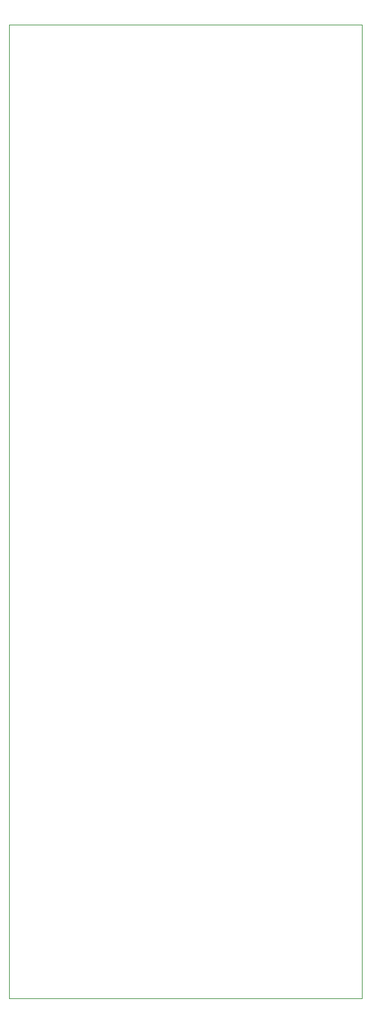
<source format=gm1>
G04 #@! TF.GenerationSoftware,KiCad,Pcbnew,6.0.4-6f826c9f35~116~ubuntu20.04.1*
G04 #@! TF.CreationDate,2022-04-19T12:45:32-04:00*
G04 #@! TF.ProjectId,vcapf_main,76636170-665f-46d6-9169-6e2e6b696361,rev?*
G04 #@! TF.SameCoordinates,Original*
G04 #@! TF.FileFunction,Profile,NP*
%FSLAX46Y46*%
G04 Gerber Fmt 4.6, Leading zero omitted, Abs format (unit mm)*
G04 Created by KiCad (PCBNEW 6.0.4-6f826c9f35~116~ubuntu20.04.1) date 2022-04-19 12:45:32*
%MOMM*%
%LPD*%
G01*
G04 APERTURE LIST*
G04 #@! TA.AperFunction,Profile*
%ADD10C,0.100000*%
G04 #@! TD*
G04 APERTURE END LIST*
D10*
X173000923Y-36499617D02*
X173000382Y-163500923D01*
X173000382Y-163500923D02*
X126999076Y-163500382D01*
X126999000Y-36500000D02*
X173000923Y-36499617D01*
X126999076Y-163500382D02*
X126999000Y-36500000D01*
M02*

</source>
